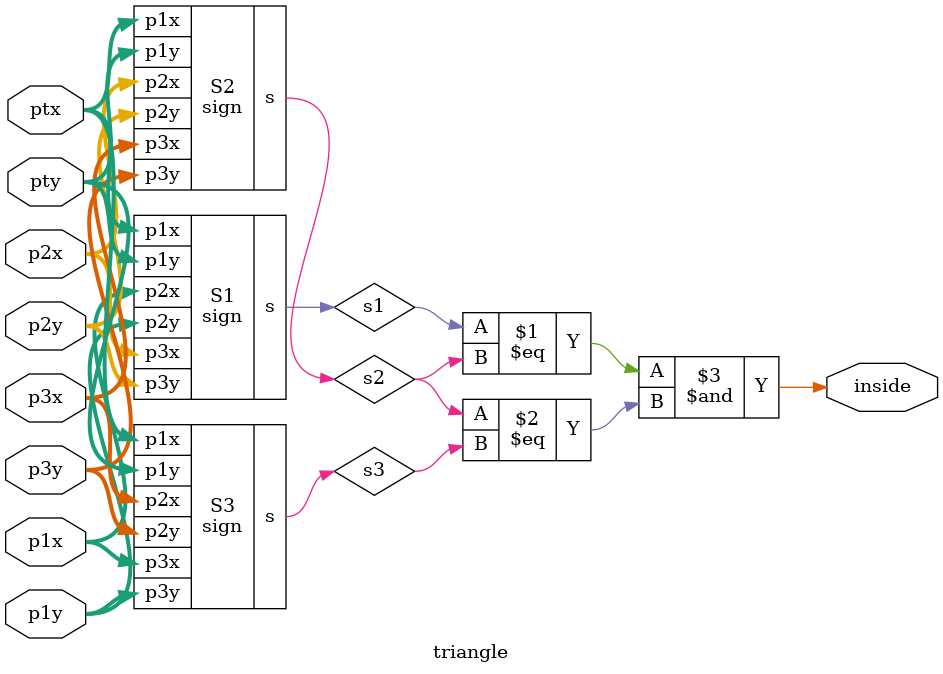
<source format=v>



//def sign(p1, p2, p3):
//    t1 = p1.x - p3.x
//    t2 = p2.y - p3.y
//    t3 = p2.x - p3.x
//    t4 = p1.y - p3.y
//    m1 = t1 * t2;
//    m2 = t3 * t4;
//    r =  m1 - m2;
//    return r


module sign(
  input [10:0] p1x,
  input [10:0] p1y,
  input [10:0] p2x,
  input [10:0] p2y,
  input [10:0] p3x,
  input [10:0] p3y,
  output s
);

  wire [11:0] t1;
  wire [11:0] t2;
  wire [11:0] t3;
  wire [11:0] t4;
  wire [23:0] m1;
  wire [23:0] m2;

  assign t1 = p1x - p3x;
  assign t2 = p2y - p3y;
  assign t3 = p2x - p3x;
  assign t4 = p1y - p3y;

  assign m1 = t1 * t2;
  assign m2 = t3 * t4;

  assign s = m1 < m2;

endmodule

module triangle(
  input [10:0] ptx,
  input [10:0] pty,
  input [10:0] p1x,
  input [10:0] p1y,
  input [10:0] p2x,
  input [10:0] p2y,
  input [10:0] p3x,
  input [10:0] p3y,
  output inside
);


wire s1, s2, s3; 

sign S1(ptx, pty, p1x, p1y, p2x, p2y, s1);
sign S2(ptx, pty, p2x, p2y, p3x, p3y, s2);
sign S3(ptx, pty, p3x, p3y, p1x, p1y, s3);


assign inside = s1 == s2 & s2 == s3;

endmodule

</source>
